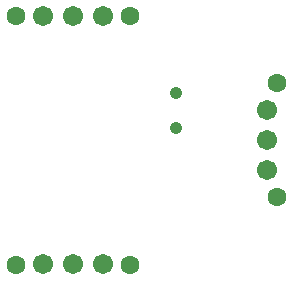
<source format=gbs>
G75*
%MOIN*%
%OFA0B0*%
%FSLAX25Y25*%
%IPPOS*%
%LPD*%
%AMOC8*
5,1,8,0,0,1.08239X$1,22.5*
%
%ADD10C,0.06737*%
%ADD11C,0.06312*%
%ADD12C,0.04146*%
D10*
X0032118Y0015079D03*
X0042157Y0015079D03*
X0052197Y0015079D03*
X0106606Y0046339D03*
X0106606Y0056378D03*
X0106606Y0066417D03*
X0052197Y0097677D03*
X0042157Y0097677D03*
X0032118Y0097677D03*
D11*
X0023181Y0014843D03*
X0061134Y0014843D03*
X0109874Y0037402D03*
X0109874Y0075354D03*
X0061134Y0097913D03*
X0023181Y0097913D03*
D12*
X0076350Y0072126D03*
X0076350Y0060315D03*
M02*

</source>
